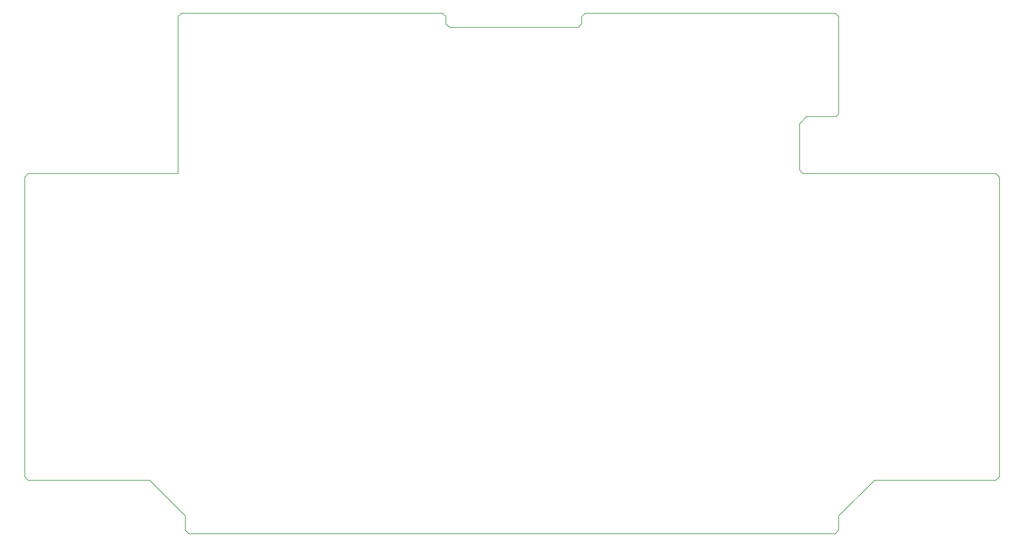
<source format=gm1>
G04 #@! TF.GenerationSoftware,KiCad,Pcbnew,(5.1.5-0-10_14)*
G04 #@! TF.CreationDate,2020-07-09T12:53:03+12:00*
G04 #@! TF.ProjectId,PS2BaseMount,50533242-6173-4654-9d6f-756e742e6b69,rev?*
G04 #@! TF.SameCoordinates,Original*
G04 #@! TF.FileFunction,Profile,NP*
%FSLAX46Y46*%
G04 Gerber Fmt 4.6, Leading zero omitted, Abs format (unit mm)*
G04 Created by KiCad (PCBNEW (5.1.5-0-10_14)) date 2020-07-09 12:53:03*
%MOMM*%
%LPD*%
G04 APERTURE LIST*
%ADD10C,0.150000*%
G04 APERTURE END LIST*
D10*
X242000000Y-57250000D02*
X241250000Y-58000000D01*
X132000000Y-30000000D02*
X131000000Y-29000000D01*
X170000000Y-30000000D02*
X171000000Y-29000000D01*
X132000000Y-32000000D02*
X133000000Y-33000000D01*
X169000000Y-33000000D02*
X170000000Y-32000000D01*
X171000000Y-29000000D02*
X241000000Y-29000000D01*
X170000000Y-32000000D02*
X170000000Y-30000000D01*
X133000000Y-33000000D02*
X169000000Y-33000000D01*
X132000000Y-30000000D02*
X132000000Y-32000000D01*
X232000000Y-74000000D02*
X231000000Y-73000000D01*
X242000000Y-74000000D02*
X232000000Y-74000000D01*
X231000000Y-60000000D02*
X231000000Y-73000000D01*
X233000000Y-58000000D02*
X231000000Y-60000000D01*
X241250000Y-58000000D02*
X233000000Y-58000000D01*
X286000000Y-74000000D02*
X287000000Y-75000000D01*
X286000000Y-160000000D02*
X287000000Y-159000000D01*
X241000000Y-175000000D02*
X242000000Y-174000000D01*
X241000000Y-175000000D02*
X60000000Y-175000000D01*
X59000000Y-174000000D02*
X60000000Y-175000000D01*
X14000000Y-159000000D02*
X15000000Y-160000000D01*
X14000000Y-75000000D02*
X15000000Y-74000000D01*
X57000000Y-30000000D02*
X58000000Y-29000000D01*
X241000000Y-29000000D02*
X242000000Y-30000000D01*
X242000000Y-170000000D02*
X252000000Y-160000000D01*
X59000000Y-170000000D02*
X49000000Y-160000000D01*
X242000000Y-170000000D02*
X242000000Y-174000000D01*
X286000000Y-160000000D02*
X252000000Y-160000000D01*
X287000000Y-75000000D02*
X287000000Y-159000000D01*
X242000000Y-74000000D02*
X286000000Y-74000000D01*
X242000000Y-30000000D02*
X242000000Y-57250000D01*
X58000000Y-29000000D02*
X131000000Y-29000000D01*
X57000000Y-74000000D02*
X57000000Y-30000000D01*
X15000000Y-74000000D02*
X57000000Y-74000000D01*
X14000000Y-159000000D02*
X14000000Y-75000000D01*
X49000000Y-160000000D02*
X15000000Y-160000000D01*
X59000000Y-174000000D02*
X59000000Y-170000000D01*
M02*

</source>
